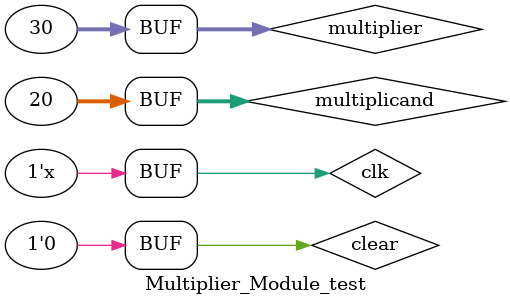
<source format=v>
`timescale 1ns / 1ps


module Multiplier_Module_test;

	// Inputs
	reg [31:0] multiplicand;
	reg [31:0] multiplier;
	reg clk;
	reg clear;

	// Outputs
	wire [63:0] out;

	// Instantiate the Unit Under Test (UUT)
	Multiplier_Module uut (
		.multiplicand(multiplicand), 
		.multiplier(multiplier), 
		.clk(clk), 
		.clear(clear), 
		.out(out)
	);

	initial begin
		clk = 0;
	
		multiplicand = 5;
		multiplier = 24;
		clear = 1;
		#1.1;
		clear = 0;
		#41;
		
		multiplicand = 42;
		multiplier = 11;
		clear = 1;
		#1.1;
		clear = 0;
		#41;
		
		multiplicand = 20;
		multiplier = 30;
		clear = 1;
		#1.1;
		clear=0;
		#41;
		
	end
	
	always begin
		#1;
		clk = !clk;
	end
      
endmodule


</source>
